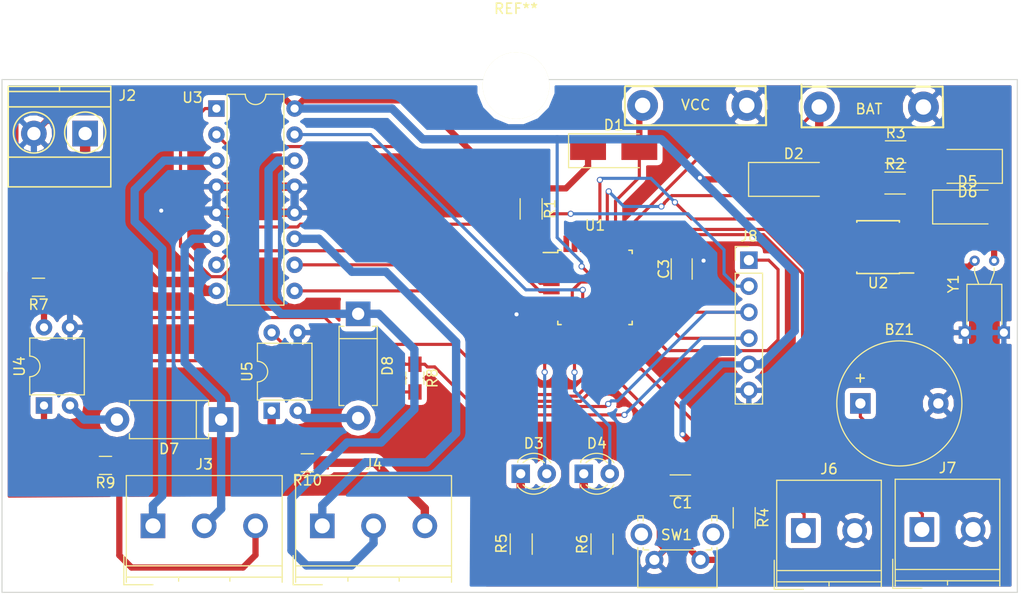
<source format=kicad_pcb>
(kicad_pcb (version 4) (host pcbnew 4.0.7-e2-6376~61~ubuntu18.04.1)
  (layers (0 F.Cu signal) (31 B.Cu signal) (34 B.Paste user) (35 F.Paste user) (36 B.SilkS user) (37 F.SilkS user) (38 B.Mask user) (39 F.Mask user) (44 Edge.Cuts user))
  (net 0 "")
  (net 1 /buzz)
  (net 2 GND)
  (net 3 /btn_1)
  (net 4 +5V)
  (net 5 /pwr_c2)
  (net 6 /pwr_c1)
  (net 7 "Net-(D3-Pad1)")
  (net 8 /led1)
  (net 9 "Net-(D4-Pad1)")
  (net 10 /led2)
  (net 11 "Net-(J2-Pad1)")
  (net 12 "Net-(J3-Pad1)")
  (net 13 "Net-(J4-Pad1)")
  (net 14 /Line1)
  (net 15 /Line2)
  (net 16 /MOSI)
  (net 17 /RESET)
  (net 18 /SS)
  (net 19 /MISO)
  (net 20 /SCK)
  (net 21 "Net-(U1-Pad2)")
  (net 22 "Net-(U1-Pad3)")
  (net 23 /m1a)
  (net 24 /m2a)
  (net 25 /en12)
  (net 26 /m4a)
  (net 27 /m3a)
  (net 28 /en34)
  (net 29 "Net-(D5-Pad1)")
  (net 30 "Net-(D5-Pad2)")
  (net 31 /MotorsShield/m1black)
  (net 32 "Net-(D7-Pad2)")
  (net 33 /MotorsShield/m2black)
  (net 34 "Net-(D8-Pad2)")
  (net 35 /MotorsShield/m1sensor)
  (net 36 /MotorsShield/m2sensor)
  (net 37 /SDA)
  (net 38 /SCL)
  (net 39 "Net-(R9-Pad2)")
  (net 40 "Net-(R10-Pad2)")
  (net 41 "Net-(U2-Pad1)")
  (net 42 "Net-(U2-Pad2)")
  (net 43 "Net-(U2-Pad7)")
  (module Resistors_SMD:R_0805_HandSoldering (layer F.Cu) (at 24.558 41.2496 180)
    (fp_text reference R7 (at 0 -1.7 180) (layer F.SilkS))
    (fp_text value 10k)
    (pad 1 smd rect (at -1.35 0 180) (size 1.5 1.3) (layers F.Cu F.Paste F.Mask) (net 20 /SCK))
    (pad 2 smd rect (at 1.35 0 180) (size 1.5 1.3) (layers F.Cu F.Paste F.Mask) (net 4 +5V))
  )
  (module Wire_Connections_Bridges:WireConnection_1.50mmDrill (layer F.Cu) (at 83.4644 23.5204)
    (fp_text reference VCC (at 5.1816 -0.0508) (layer F.SilkS))
    (fp_text value v5)
    (pad 1 thru_hole circle (at 0 0) (size 2.99974 2.99974) (drill 1.50114) (layers *.Cu *.Mask) (net 5 /pwr_c2))
    (pad 2 thru_hole circle (at 10.16 0) (size 2.99974 2.99974) (drill 1.50114) (layers *.Cu *.Mask) (net 2 GND))
  )
  (module Buzzers_Beepers:Buzzer_12x9.5RM7.6 (layer F.Cu) (at 104.6988 52.578)
    (fp_text reference BZ1 (at 3.8 -7.2) (layer F.SilkS))
    (fp_text value Buzzer)
    (fp_text user + (at -0.01 -2.54) (layer F.SilkS))
    (pad 1 thru_hole rect (at 0 0) (size 2 2) (drill 1) (layers *.Cu *.Mask) (net 1 /buzz))
    (pad 2 thru_hole circle (at 7.6 0) (size 2 2) (drill 1) (layers *.Cu *.Mask) (net 2 GND))
  )
  (module Capacitors_SMD:C_1206_HandSoldering (layer F.Cu) (at 87.14592 60.56944)
    (fp_text reference C1 (at 0.1844 1.7272) (layer F.SilkS))
    (fp_text value 10m)
    (pad 1 smd rect (at -2 0) (size 2 1.6) (layers F.Cu F.Paste F.Mask) (net 2 GND))
    (pad 2 smd rect (at 2 0) (size 2 1.6) (layers F.Cu F.Paste F.Mask) (net 3 /btn_1))
  )
  (module Capacitors_SMD:C_1206_HandSoldering (layer F.Cu) (at 87.2744 39.4716 90)
    (fp_text reference C3 (at 0 -1.75 90) (layer F.SilkS))
    (fp_text value 10m)
    (pad 1 smd rect (at -2 0 90) (size 2 1.6) (layers F.Cu F.Paste F.Mask) (net 4 +5V))
    (pad 2 smd rect (at 2 0 90) (size 2 1.6) (layers F.Cu F.Paste F.Mask) (net 2 GND))
  )
  (module Diodes_SMD:D_SMA_Handsoldering (layer F.Cu) (at 80.645 27.94)
    (fp_text reference D1 (at 0 -2.5) (layer F.SilkS))
    (fp_text value 1N)
    (pad 1 smd rect (at -2.5 0) (size 3.5 1.8) (layers F.Cu F.Paste F.Mask) (net 4 +5V))
    (pad 2 smd rect (at 2.5 0) (size 3.5 1.8) (layers F.Cu F.Paste F.Mask) (net 5 /pwr_c2))
  )
  (module Diodes_SMD:D_SMA_Handsoldering (layer F.Cu) (at 98.1964 30.734)
    (fp_text reference D2 (at 0 -2.5) (layer F.SilkS))
    (fp_text value 1N)
    (pad 1 smd rect (at -2.5 0) (size 3.5 1.8) (layers F.Cu F.Paste F.Mask) (net 4 +5V))
    (pad 2 smd rect (at 2.5 0) (size 3.5 1.8) (layers F.Cu F.Paste F.Mask) (net 6 /pwr_c1))
  )
  (module LEDs:LED_D3.0mm (layer F.Cu) (at 71.5772 59.436)
    (fp_text reference D3 (at 1.27 -2.96) (layer F.SilkS))
    (fp_text value LowBatt)
    (pad 1 thru_hole rect (at 0 0) (size 1.8 1.8) (drill 0.9) (layers *.Cu *.Mask) (net 7 "Net-(D3-Pad1)"))
    (pad 2 thru_hole circle (at 2.54 0) (size 1.8 1.8) (drill 0.9) (layers *.Cu *.Mask) (net 8 /led1))
  )
  (module LEDs:LED_D3.0mm (layer F.Cu) (at 77.724 59.436)
    (fp_text reference D4 (at 1.27 -2.96) (layer F.SilkS))
    (fp_text value Flooding)
    (pad 1 thru_hole rect (at 0 0) (size 1.8 1.8) (drill 0.9) (layers *.Cu *.Mask) (net 9 "Net-(D4-Pad1)"))
    (pad 2 thru_hole circle (at 2.54 0) (size 1.8 1.8) (drill 0.9) (layers *.Cu *.Mask) (net 10 /led2))
  )
  (module Pin_Headers:Pin_Header_Straight_1x06_Pitch2.54mm (layer F.Cu) (at 93.8276 38.608)
    (fp_text reference J8 (at 0 -2.33) (layer F.SilkS))
    (fp_text value Conn_01x06)
    (pad 1 thru_hole rect (at 0 0) (size 1.7 1.7) (drill 1) (layers *.Cu *.Mask) (net 16 /MOSI))
    (pad 2 thru_hole oval (at 0 2.54) (size 1.7 1.7) (drill 1) (layers *.Cu *.Mask) (net 17 /RESET))
    (pad 3 thru_hole oval (at 0 5.08) (size 1.7 1.7) (drill 1) (layers *.Cu *.Mask) (net 20 /SCK))
    (pad 4 thru_hole oval (at 0 7.62) (size 1.7 1.7) (drill 1) (layers *.Cu *.Mask) (net 19 /MISO))
    (pad 5 thru_hole oval (at 0 10.16) (size 1.7 1.7) (drill 1) (layers *.Cu *.Mask) (net 4 +5V))
    (pad 6 thru_hole oval (at 0 12.7) (size 1.7 1.7) (drill 1) (layers *.Cu *.Mask) (net 2 GND))
  )
  (module Resistors_SMD:R_1206_HandSoldering (layer F.Cu) (at 72.5932 33.6108 270)
    (fp_text reference R1 (at 0 -1.85 270) (layer F.SilkS))
    (fp_text value 10k)
    (pad 1 smd rect (at -2 0 270) (size 2 1.7) (layers F.Cu F.Paste F.Mask) (net 4 +5V))
    (pad 2 smd rect (at 2 0 270) (size 2 1.7) (layers F.Cu F.Paste F.Mask) (net 17 /RESET))
  )
  (module Resistors_SMD:R_1206_HandSoldering (layer F.Cu) (at 93.3704 63.7352 270)
    (fp_text reference R4 (at 0 -1.85 270) (layer F.SilkS))
    (fp_text value 10k)
    (pad 1 smd rect (at -2 0 270) (size 2 1.7) (layers F.Cu F.Paste F.Mask) (net 4 +5V))
    (pad 2 smd rect (at 2 0 270) (size 2 1.7) (layers F.Cu F.Paste F.Mask) (net 3 /btn_1))
  )
  (module Resistors_SMD:R_1206_HandSoldering (layer F.Cu) (at 71.628 66.294 270)
    (fp_text reference R5 (at -0.0508 1.9304 270) (layer F.SilkS))
    (fp_text value 10k)
    (pad 1 smd rect (at -2 0 270) (size 2 1.7) (layers F.Cu F.Paste F.Mask) (net 7 "Net-(D3-Pad1)"))
    (pad 2 smd rect (at 2 0 270) (size 2 1.7) (layers F.Cu F.Paste F.Mask) (net 2 GND))
  )
  (module Resistors_SMD:R_1206_HandSoldering (layer F.Cu) (at 79.502 66.294 270)
    (fp_text reference R6 (at 0 1.9304 270) (layer F.SilkS))
    (fp_text value 10k)
    (pad 1 smd rect (at -2 0 270) (size 2 1.7) (layers F.Cu F.Paste F.Mask) (net 9 "Net-(D4-Pad1)"))
    (pad 2 smd rect (at 2 0 270) (size 2 1.7) (layers F.Cu F.Paste F.Mask) (net 2 GND))
  )
  (module Buttons_Switches_THT:SW_Tactile_SPST_Angled_PTS645Vx39-2LFS (layer F.Cu) (at 89.10832 67.83384 180)
    (fp_text reference SW1 (at 2.3368 2.4384 180) (layer F.SilkS))
    (fp_text value Turn)
    (pad "" thru_hole circle (at 5.76 2.49 180) (size 2.1 2.1) (drill 1.3) (layers *.Cu *.Mask))
    (pad 2 thru_hole circle (at 4.5 0 180) (size 1.75 1.75) (drill 0.99) (layers *.Cu *.Mask) (net 2 GND))
    (pad 1 thru_hole circle (at 0 0 180) (size 1.75 1.75) (drill 0.99) (layers *.Cu *.Mask) (net 3 /btn_1))
    (pad "" thru_hole circle (at -1.25 2.49 180) (size 2.1 2.1) (drill 1.3) (layers *.Cu *.Mask))
  )
  (module Housings_QFP:TQFP-32_7x7mm_Pitch0.8mm (layer F.Cu) (at 78.8224 41.2668)
    (fp_text reference U1 (at 0 -6.05) (layer F.SilkS))
    (fp_text value ATMEGA8-16PU)
    (pad 1 smd rect (at -4.25 -2.8) (size 1.6 0.55) (layers F.Cu F.Paste F.Mask) (net 17 /RESET))
    (pad 2 smd rect (at -4.25 -2) (size 1.6 0.55) (layers F.Cu F.Paste F.Mask) (net 21 "Net-(U1-Pad2)"))
    (pad 3 smd rect (at -4.25 -1.2) (size 1.6 0.55) (layers F.Cu F.Paste F.Mask) (net 22 "Net-(U1-Pad3)"))
    (pad 4 smd rect (at -4.25 -0.4) (size 1.6 0.55) (layers F.Cu F.Paste F.Mask) (net 23 /m1a))
    (pad 5 smd rect (at -4.25 0.4) (size 1.6 0.55) (layers F.Cu F.Paste F.Mask) (net 24 /m2a))
    (pad 6 smd rect (at -4.25 1.2) (size 1.6 0.55) (layers F.Cu F.Paste F.Mask) (net 25 /en12))
    (pad 7 smd rect (at -4.25 2) (size 1.6 0.55) (layers F.Cu F.Paste F.Mask) (net 4 +5V))
    (pad 8 smd rect (at -4.25 2.8) (size 1.6 0.55) (layers F.Cu F.Paste F.Mask) (net 2 GND))
    (pad 9 smd rect (at -2.8 4.25 90) (size 1.6 0.55) (layers F.Cu F.Paste F.Mask) (net 8 /led1))
    (pad 10 smd rect (at -2 4.25 90) (size 1.6 0.55) (layers F.Cu F.Paste F.Mask) (net 10 /led2))
    (pad 11 smd rect (at -1.2 4.25 90) (size 1.6 0.55) (layers F.Cu F.Paste F.Mask) (net 26 /m4a))
    (pad 12 smd rect (at -0.4 4.25 90) (size 1.6 0.55) (layers F.Cu F.Paste F.Mask) (net 27 /m3a))
    (pad 13 smd rect (at 0.4 4.25 90) (size 1.6 0.55) (layers F.Cu F.Paste F.Mask) (net 28 /en34))
    (pad 14 smd rect (at 1.2 4.25 90) (size 1.6 0.55) (layers F.Cu F.Paste F.Mask) (net 3 /btn_1))
    (pad 15 smd rect (at 2 4.25 90) (size 1.6 0.55) (layers F.Cu F.Paste F.Mask) (net 1 /buzz))
    (pad 16 smd rect (at 2.8 4.25 90) (size 1.6 0.55) (layers F.Cu F.Paste F.Mask) (net 18 /SS))
    (pad 17 smd rect (at 4.25 2.8) (size 1.6 0.55) (layers F.Cu F.Paste F.Mask) (net 16 /MOSI))
    (pad 18 smd rect (at 4.25 2) (size 1.6 0.55) (layers F.Cu F.Paste F.Mask) (net 19 /MISO))
    (pad 19 smd rect (at 4.25 1.2) (size 1.6 0.55) (layers F.Cu F.Paste F.Mask) (net 20 /SCK))
    (pad 20 smd rect (at 4.25 0.4) (size 1.6 0.55) (layers F.Cu F.Paste F.Mask) (net 4 +5V))
    (pad 21 smd rect (at 4.25 -0.4) (size 1.6 0.55) (layers F.Cu F.Paste F.Mask) (net 4 +5V))
    (pad 22 smd rect (at 4.25 -1.2) (size 1.6 0.55) (layers F.Cu F.Paste F.Mask) (net 2 GND))
    (pad 23 smd rect (at 4.25 -2) (size 1.6 0.55) (layers F.Cu F.Paste F.Mask) (net 14 /Line1))
    (pad 24 smd rect (at 4.25 -2.8) (size 1.6 0.55) (layers F.Cu F.Paste F.Mask) (net 15 /Line2))
    (pad 25 smd rect (at 2.8 -4.25 90) (size 1.6 0.55) (layers F.Cu F.Paste F.Mask) (net 6 /pwr_c1))
    (pad 26 smd rect (at 2 -4.25 90) (size 1.6 0.55) (layers F.Cu F.Paste F.Mask) (net 5 /pwr_c2))
    (pad 27 smd rect (at 1.2 -4.25 90) (size 1.6 0.55) (layers F.Cu F.Paste F.Mask) (net 37 /SDA))
    (pad 28 smd rect (at 0.4 -4.25 90) (size 1.6 0.55) (layers F.Cu F.Paste F.Mask) (net 38 /SCL))
    (pad 29 smd rect (at -0.4 -4.25 90) (size 1.6 0.55) (layers F.Cu F.Paste F.Mask))
    (pad 30 smd rect (at -1.2 -4.25 90) (size 1.6 0.55) (layers F.Cu F.Paste F.Mask))
    (pad 31 smd rect (at -2 -4.25 90) (size 1.6 0.55) (layers F.Cu F.Paste F.Mask))
    (pad 32 smd rect (at -2.8 -4.25 90) (size 1.6 0.55) (layers F.Cu F.Paste F.Mask))
  )
  (module Housings_DIP:DIP-16_W7.62mm (layer F.Cu) (at 41.91 23.8252)
    (fp_text reference U3 (at -2.3368 -1.0668) (layer F.SilkS))
    (fp_text value L293D)
    (pad 1 thru_hole rect (at 0 0) (size 1.6 1.6) (drill 0.8) (layers *.Cu *.Mask) (net 25 /en12))
    (pad 9 thru_hole oval (at 7.62 17.78) (size 1.6 1.6) (drill 0.8) (layers *.Cu *.Mask) (net 28 /en34))
    (pad 2 thru_hole oval (at 0 2.54) (size 1.6 1.6) (drill 0.8) (layers *.Cu *.Mask) (net 23 /m1a))
    (pad 10 thru_hole oval (at 7.62 15.24) (size 1.6 1.6) (drill 0.8) (layers *.Cu *.Mask) (net 27 /m3a))
    (pad 3 thru_hole oval (at 0 5.08) (size 1.6 1.6) (drill 0.8) (layers *.Cu *.Mask) (net 12 "Net-(J3-Pad1)"))
    (pad 11 thru_hole oval (at 7.62 12.7) (size 1.6 1.6) (drill 0.8) (layers *.Cu *.Mask) (net 13 "Net-(J4-Pad1)"))
    (pad 4 thru_hole oval (at 0 7.62) (size 1.6 1.6) (drill 0.8) (layers *.Cu *.Mask) (net 2 GND))
    (pad 12 thru_hole oval (at 7.62 10.16) (size 1.6 1.6) (drill 0.8) (layers *.Cu *.Mask) (net 2 GND))
    (pad 5 thru_hole oval (at 0 10.16) (size 1.6 1.6) (drill 0.8) (layers *.Cu *.Mask) (net 2 GND))
    (pad 13 thru_hole oval (at 7.62 7.62) (size 1.6 1.6) (drill 0.8) (layers *.Cu *.Mask) (net 2 GND))
    (pad 6 thru_hole oval (at 0 12.7) (size 1.6 1.6) (drill 0.8) (layers *.Cu *.Mask) (net 31 /MotorsShield/m1black))
    (pad 14 thru_hole oval (at 7.62 5.08) (size 1.6 1.6) (drill 0.8) (layers *.Cu *.Mask) (net 33 /MotorsShield/m2black))
    (pad 7 thru_hole oval (at 0 15.24) (size 1.6 1.6) (drill 0.8) (layers *.Cu *.Mask) (net 24 /m2a))
    (pad 15 thru_hole oval (at 7.62 2.54) (size 1.6 1.6) (drill 0.8) (layers *.Cu *.Mask) (net 26 /m4a))
    (pad 8 thru_hole oval (at 0 17.78) (size 1.6 1.6) (drill 0.8) (layers *.Cu *.Mask) (net 11 "Net-(J2-Pad1)"))
    (pad 16 thru_hole oval (at 7.62 0) (size 1.6 1.6) (drill 0.8) (layers *.Cu *.Mask) (net 4 +5V))
  )
  (module Connectors_Terminal_Blocks:TerminalBlock_Pheonix_MKDS1.5-2pol (layer F.Cu) (at 29.1084 26.2636 180)
    (fp_text reference J2 (at -4.1148 3.7084 180) (layer F.SilkS))
    (fp_text value v12)
    (pad 1 thru_hole rect (at 0 0 180) (size 2.5 2.5) (drill 1.3) (layers *.Cu *.Mask) (net 11 "Net-(J2-Pad1)"))
    (pad 2 thru_hole circle (at 5 0 180) (size 2.5 2.5) (drill 1.3) (layers *.Cu *.Mask) (net 2 GND))
  )
  (module Wire_Connections_Bridges:WireConnection_1.50mmDrill (layer F.Cu) (at 100.6856 23.6728)
    (fp_text reference BAT (at 4.8514 0.2032) (layer F.SilkS))
    (fp_text value Battery)
    (pad 1 thru_hole circle (at 0 0) (size 2.99974 2.99974) (drill 1.50114) (layers *.Cu *.Mask) (net 6 /pwr_c1))
    (pad 2 thru_hole circle (at 10.16 0) (size 2.99974 2.99974) (drill 1.50114) (layers *.Cu *.Mask) (net 2 GND))
  )
  (module Mounting_Holes:MountingHole_6.5mm (layer F.Cu) (at 71.12 21.59)
    (fp_text reference REF** (at 0 -7.5) (layer F.SilkS))
    (fp_text value MountingHole_6.5mm)
    (pad 1 np_thru_hole circle (at 0 0) (size 6.5 6.5) (drill 6.5) (layers *.Cu *.Mask F.SilkS))
  )
  (module Diodes_SMD:D_SMA (layer F.Cu) (at 115.1448 33.4264)
    (fp_text reference D5 (at 0 -2.5) (layer F.SilkS))
    (fp_text value D_ALT)
    (pad 1 smd rect (at -2 0) (size 2.5 1.8) (layers F.Cu F.Paste F.Mask) (net 29 "Net-(D5-Pad1)"))
    (pad 2 smd rect (at 2 0) (size 2.5 1.8) (layers F.Cu F.Paste F.Mask) (net 30 "Net-(D5-Pad2)"))
  )
  (module Diodes_SMD:D_SMA (layer F.Cu) (at 115.1448 29.464 180)
    (fp_text reference D6 (at 0 -2.5 180) (layer F.SilkS))
    (fp_text value D_ALT)
    (pad 1 smd rect (at -2 0 180) (size 2.5 1.8) (layers F.Cu F.Paste F.Mask) (net 30 "Net-(D5-Pad2)"))
    (pad 2 smd rect (at 2 0 180) (size 2.5 1.8) (layers F.Cu F.Paste F.Mask) (net 6 /pwr_c1))
  )
  (module Diodes_THT:D_DO-15_P10.16mm_Horizontal (layer F.Cu) (at 42.3672 54.1528 180)
    (fp_text reference D7 (at 5.08 -2.86 180) (layer F.SilkS))
    (fp_text value D_Schottky)
    (pad 1 thru_hole rect (at 0 0 180) (size 2.4 2.4) (drill 1.2) (layers *.Cu *.Mask) (net 31 /MotorsShield/m1black))
    (pad 2 thru_hole oval (at 10.16 0 180) (size 2.4 2.4) (drill 1.2) (layers *.Cu *.Mask) (net 32 "Net-(D7-Pad2)"))
  )
  (module Diodes_THT:D_DO-15_P10.16mm_Horizontal (layer F.Cu) (at 55.7276 43.8404 270)
    (fp_text reference D8 (at 5.08 -2.86 270) (layer F.SilkS))
    (fp_text value D_Schottky)
    (pad 1 thru_hole rect (at 0 0 270) (size 2.4 2.4) (drill 1.2) (layers *.Cu *.Mask) (net 33 /MotorsShield/m2black))
    (pad 2 thru_hole oval (at 10.16 0 270) (size 2.4 2.4) (drill 1.2) (layers *.Cu *.Mask) (net 34 "Net-(D8-Pad2)"))
  )
  (module Connectors_Terminal_Blocks:TerminalBlock_Philmore_TB133_03x5mm_Straight (layer F.Cu) (at 35.72 64.516)
    (fp_text reference J3 (at 5 -6) (layer F.SilkS))
    (fp_text value m1)
    (pad 1 thru_hole rect (at 0 0) (size 2.4 2.4) (drill 1.47) (layers *.Cu *.Mask) (net 12 "Net-(J3-Pad1)"))
    (pad 2 thru_hole circle (at 5 0) (size 2.4 2.4) (drill 1.47) (layers *.Cu *.Mask) (net 31 /MotorsShield/m1black))
    (pad 3 thru_hole circle (at 10 0) (size 2.4 2.4) (drill 1.47) (layers *.Cu *.Mask) (net 35 /MotorsShield/m1sensor))
  )
  (module Connectors_Terminal_Blocks:TerminalBlock_Philmore_TB133_03x5mm_Straight (layer F.Cu) (at 52.23 64.516)
    (fp_text reference J4 (at 5 -6) (layer F.SilkS))
    (fp_text value m2)
    (pad 1 thru_hole rect (at 0 0) (size 2.4 2.4) (drill 1.47) (layers *.Cu *.Mask) (net 13 "Net-(J4-Pad1)"))
    (pad 2 thru_hole circle (at 5 0) (size 2.4 2.4) (drill 1.47) (layers *.Cu *.Mask) (net 33 /MotorsShield/m2black))
    (pad 3 thru_hole circle (at 10 0) (size 2.4 2.4) (drill 1.47) (layers *.Cu *.Mask) (net 36 /MotorsShield/m2sensor))
  )
  (module Connectors_Terminal_Blocks:TerminalBlock_Philmore_TB132_02x5mm_Straight (layer F.Cu) (at 99.14 64.9732)
    (fp_text reference J6 (at 2.5 -6) (layer F.SilkS))
    (fp_text value L1)
    (pad 1 thru_hole rect (at 0 0) (size 2.4 2.4) (drill 1.47) (layers *.Cu *.Mask) (net 14 /Line1))
    (pad 2 thru_hole circle (at 5 0) (size 2.4 2.4) (drill 1.47) (layers *.Cu *.Mask) (net 2 GND))
  )
  (module Connectors_Terminal_Blocks:TerminalBlock_Philmore_TB132_02x5mm_Straight (layer F.Cu) (at 110.6932 64.8716)
    (fp_text reference J7 (at 2.5 -6) (layer F.SilkS))
    (fp_text value L2)
    (pad 1 thru_hole rect (at 0 0) (size 2.4 2.4) (drill 1.47) (layers *.Cu *.Mask) (net 15 /Line2))
    (pad 2 thru_hole circle (at 5 0) (size 2.4 2.4) (drill 1.47) (layers *.Cu *.Mask) (net 2 GND))
  )
  (module Resistors_SMD:R_1206_HandSoldering (layer F.Cu) (at 108.0836 31.0896)
    (fp_text reference R2 (at 0 -1.85) (layer F.SilkS))
    (fp_text value 10k)
    (pad 1 smd rect (at -2 0) (size 2 1.7) (layers F.Cu F.Paste F.Mask) (net 37 /SDA))
    (pad 2 smd rect (at 2 0) (size 2 1.7) (layers F.Cu F.Paste F.Mask) (net 4 +5V))
  )
  (module Resistors_SMD:R_1206_HandSoldering (layer F.Cu) (at 108.1344 28.0416)
    (fp_text reference R3 (at 0 -1.85) (layer F.SilkS))
    (fp_text value 10k)
    (pad 1 smd rect (at -2 0) (size 2 1.7) (layers F.Cu F.Paste F.Mask) (net 38 /SCL))
    (pad 2 smd rect (at 2 0) (size 2 1.7) (layers F.Cu F.Paste F.Mask) (net 4 +5V))
  )
  (module Resistors_SMD:R_0805_HandSoldering (layer F.Cu) (at 61.2648 50.1104 270)
    (fp_text reference R8 (at 0 -1.7 270) (layer F.SilkS))
    (fp_text value 10k)
    (pad 1 smd rect (at -1.35 0 270) (size 1.5 1.3) (layers F.Cu F.Paste F.Mask) (net 19 /MISO))
    (pad 2 smd rect (at 1.35 0 270) (size 1.5 1.3) (layers F.Cu F.Paste F.Mask) (net 4 +5V))
  )
  (module Resistors_SMD:R_0805_HandSoldering (layer F.Cu) (at 31.0896 58.6232 180)
    (fp_text reference R9 (at 0 -1.7 180) (layer F.SilkS))
    (fp_text value 1k)
    (pad 1 smd rect (at -1.35 0 180) (size 1.5 1.3) (layers F.Cu F.Paste F.Mask) (net 35 /MotorsShield/m1sensor))
    (pad 2 smd rect (at 1.35 0 180) (size 1.5 1.3) (layers F.Cu F.Paste F.Mask) (net 39 "Net-(R9-Pad2)"))
  )
  (module Resistors_SMD:R_0805_HandSoldering (layer F.Cu) (at 50.7708 58.3692 180)
    (fp_text reference R10 (at 0 -1.7 180) (layer F.SilkS))
    (fp_text value 1k)
    (pad 1 smd rect (at -1.35 0 180) (size 1.5 1.3) (layers F.Cu F.Paste F.Mask) (net 36 /MotorsShield/m2sensor))
    (pad 2 smd rect (at 1.35 0 180) (size 1.5 1.3) (layers F.Cu F.Paste F.Mask) (net 40 "Net-(R10-Pad2)"))
  )
  (module Housings_SOIC:SOIC-8_3.9x4.9mm_Pitch1.27mm (layer F.Cu) (at 106.426 37.338 180)
    (fp_text reference U2 (at 0 -3.5 180) (layer F.SilkS))
    (fp_text value DS1307+)
    (pad 1 smd rect (at -2.7 -1.905 180) (size 1.55 0.6) (layers F.Cu F.Paste F.Mask) (net 41 "Net-(U2-Pad1)"))
    (pad 2 smd rect (at -2.7 -0.635 180) (size 1.55 0.6) (layers F.Cu F.Paste F.Mask) (net 42 "Net-(U2-Pad2)"))
    (pad 3 smd rect (at -2.7 0.635 180) (size 1.55 0.6) (layers F.Cu F.Paste F.Mask) (net 29 "Net-(D5-Pad1)"))
    (pad 4 smd rect (at -2.7 1.905 180) (size 1.55 0.6) (layers F.Cu F.Paste F.Mask) (net 2 GND))
    (pad 5 smd rect (at 2.7 1.905 180) (size 1.55 0.6) (layers F.Cu F.Paste F.Mask) (net 37 /SDA))
    (pad 6 smd rect (at 2.7 0.635 180) (size 1.55 0.6) (layers F.Cu F.Paste F.Mask) (net 38 /SCL))
    (pad 7 smd rect (at 2.7 -0.635 180) (size 1.55 0.6) (layers F.Cu F.Paste F.Mask) (net 43 "Net-(U2-Pad7)"))
    (pad 8 smd rect (at 2.7 -1.905 180) (size 1.55 0.6) (layers F.Cu F.Paste F.Mask) (net 4 +5V))
  )
  (module Housings_DIP:DIP-4_W7.62mm (layer F.Cu) (at 25.0952 52.7812 90)
    (fp_text reference U4 (at 3.81 -2.39 90) (layer F.SilkS))
    (fp_text value PC817)
    (pad 1 thru_hole rect (at 0 0 90) (size 1.6 1.6) (drill 0.8) (layers *.Cu *.Mask) (net 39 "Net-(R9-Pad2)"))
    (pad 3 thru_hole oval (at 7.62 2.54 90) (size 1.6 1.6) (drill 0.8) (layers *.Cu *.Mask) (net 2 GND))
    (pad 2 thru_hole oval (at 0 2.54 90) (size 1.6 1.6) (drill 0.8) (layers *.Cu *.Mask) (net 32 "Net-(D7-Pad2)"))
    (pad 4 thru_hole oval (at 7.62 0 90) (size 1.6 1.6) (drill 0.8) (layers *.Cu *.Mask) (net 20 /SCK))
  )
  (module Housings_DIP:DIP-4_W7.62mm (layer F.Cu) (at 47.2948 53.2892 90)
    (fp_text reference U5 (at 3.81 -2.39 90) (layer F.SilkS))
    (fp_text value PC817)
    (pad 1 thru_hole rect (at 0 0 90) (size 1.6 1.6) (drill 0.8) (layers *.Cu *.Mask) (net 40 "Net-(R10-Pad2)"))
    (pad 3 thru_hole oval (at 7.62 2.54 90) (size 1.6 1.6) (drill 0.8) (layers *.Cu *.Mask) (net 2 GND))
    (pad 2 thru_hole oval (at 0 2.54 90) (size 1.6 1.6) (drill 0.8) (layers *.Cu *.Mask) (net 34 "Net-(D8-Pad2)"))
    (pad 4 thru_hole oval (at 7.62 0 90) (size 1.6 1.6) (drill 0.8) (layers *.Cu *.Mask) (net 19 /MISO))
  )
  (module Crystals:Crystal_C38-LF_d3.0mm_l8.0mm_Horizontal_1EP_style2 (layer F.Cu) (at 115.8392 38.6692)
    (fp_text reference Y1 (at -2.07 2.25 90) (layer F.SilkS))
    (fp_text value Crystal_Small)
    (pad 1 thru_hole circle (at 0 0) (size 1 1) (drill 0.5) (layers *.Cu *.Mask) (net 41 "Net-(U2-Pad1)"))
    (pad 2 thru_hole circle (at 1.9 0) (size 1 1) (drill 0.5) (layers *.Cu *.Mask) (net 42 "Net-(U2-Pad2)"))
    (pad 3 smd rect (at 0.95 7) (size 3 8) (layers F.Cu F.Paste F.Mask) (net 2 GND))
    (pad 3 thru_hole rect (at -0.95 7) (size 1.2 1.2) (drill 0.8) (layers *.Cu *.Mask) (net 2 GND))
    (pad 3 thru_hole rect (at 2.85 7) (size 1.2 1.2) (drill 0.8) (layers *.Cu *.Mask) (net 2 GND))
  )
  (gr_line (start 112.7252 21.6916) (end 98.9584 21.6916) (layer F.SilkS) (width 0.2))
  (gr_line (start 112.776 25.654) (end 112.7252 21.6916) (layer F.SilkS) (width 0.2))
  (gr_line (start 98.9584 25.654) (end 112.776 25.654) (layer F.SilkS) (width 0.2))
  (gr_line (start 98.9584 21.4884) (end 98.9584 25.654) (layer F.SilkS) (width 0.2))
  (gr_line (start 81.7372 25.4508) (end 81.7372 21.7424) (layer F.SilkS) (width 0.2))
  (gr_line (start 95.504 25.4508) (end 81.7372 25.4508) (layer F.SilkS) (width 0.2))
  (gr_line (start 95.4532 21.6408) (end 95.504 25.4508) (layer F.SilkS) (width 0.2))
  (gr_line (start 81.788 21.6408) (end 95.4532 21.6408) (layer F.SilkS) (width 0.2))
  (gr_line (start 21 71) (end 21 21) (layer Edge.Cuts) (width 0.1))
  (gr_line (start 120 71) (end 21 71) (layer Edge.Cuts) (width 0.1))
  (gr_line (start 120 21) (end 120 71) (layer Edge.Cuts) (width 0.1))
  (gr_line (start 21 21) (end 120 21) (layer Edge.Cuts) (width 0.1))
  (segment (start 104.6988 52.578) (end 104.6988 53.8828) (width 0.3048) (layer F.Cu) (net 1))
  (segment (start 104.6988 53.8828) (end 113.284 62.468) (width 0.3048) (layer F.Cu) (net 1))
  (segment (start 113.284 62.468) (end 113.284 67.8688) (width 0.3048) (layer F.Cu) (net 1))
  (segment (start 81.1276 49.2252) (end 80.8224 48.92) (width 0.3048) (layer F.Cu) (net 1))
  (segment (start 80.8224 48.92) (end 80.8224 46.6216) (width 0.3048) (layer F.Cu) (net 1))
  (segment (start 80.8224 46.6216) (end 80.8224 45.5168) (width 0.3048) (layer F.Cu) (net 1))
  (segment (start 95.1992 65.0748) (end 95.1992 61.079678) (width 0.3048) (layer F.Cu) (net 1))
  (segment (start 95.1992 61.079678) (end 83.344722 49.2252) (width 0.3048) (layer F.Cu) (net 1))
  (segment (start 98.0948 67.9704) (end 95.1992 65.0748) (width 0.3048) (layer F.Cu) (net 1))
  (segment (start 113.1824 67.9704) (end 98.0948 67.9704) (width 0.3048) (layer F.Cu) (net 1))
  (segment (start 113.284 67.8688) (end 113.1824 67.9704) (width 0.3048) (layer F.Cu) (net 1))
  (segment (start 83.344722 49.2252) (end 81.1276 49.2252) (width 0.3048) (layer F.Cu) (net 1))
  (segment (start 107.5436 36.614309) (end 107.5436 47.8228) (width 0.3048) (layer F.Cu) (net 2))
  (segment (start 107.5436 47.8228) (end 112.2988 52.578) (width 0.3048) (layer F.Cu) (net 2))
  (segment (start 109.126 35.433) (end 108.724909 35.433) (width 0.3048) (layer F.Cu) (net 2))
  (segment (start 108.724909 35.433) (end 107.5436 36.614309) (width 0.3048) (layer F.Cu) (net 2))
  (segment (start 44.8056 46.4312) (end 44.8056 36.8808) (width 0.8128) (layer B.Cu) (net 2))
  (segment (start 44.8056 36.8808) (end 41.91 33.9852) (width 0.8128) (layer B.Cu) (net 2))
  (segment (start 46.2788 47.9044) (end 44.8056 46.4312) (width 0.8128) (layer B.Cu) (net 2))
  (segment (start 47.143726 47.9044) (end 46.2788 47.9044) (width 0.8128) (layer B.Cu) (net 2))
  (segment (start 48.9712 47.752) (end 47.296126 47.752) (width 0.8128) (layer B.Cu) (net 2))
  (segment (start 47.296126 47.752) (end 47.143726 47.9044) (width 0.8128) (layer B.Cu) (net 2))
  (segment (start 49.8348 46.8884) (end 48.9712 47.752) (width 0.8128) (layer B.Cu) (net 2))
  (segment (start 49.8348 45.6692) (end 49.8348 46.8884) (width 0.8128) (layer B.Cu) (net 2))
  (segment (start 28.3972 39.1668) (end 27.6352 39.9288) (width 0.6096) (layer B.Cu) (net 2))
  (segment (start 27.6352 39.9288) (end 27.6352 45.1612) (width 0.6096) (layer B.Cu) (net 2))
  (segment (start 28.3972 38.5572) (end 28.3972 39.1668) (width 0.6096) (layer B.Cu) (net 2))
  (segment (start 24.1084 34.2684) (end 28.3972 38.5572) (width 0.6096) (layer B.Cu) (net 2))
  (segment (start 24.1084 26.2636) (end 24.1084 34.2684) (width 0.6096) (layer B.Cu) (net 2))
  (segment (start 49.53 33.9852) (end 41.91 33.9852) (width 0.8128) (layer F.Cu) (net 2))
  (segment (start 41.91 31.4452) (end 49.53 31.4452) (width 0.8128) (layer F.Cu) (net 2))
  (segment (start 49.53 31.4452) (end 58.7248 31.4452) (width 0.6096) (layer B.Cu) (net 2))
  (segment (start 58.7248 31.4452) (end 71.1708 43.8912) (width 0.6096) (layer B.Cu) (net 2))
  (segment (start 71.1708 43.8912) (end 71.470799 44.191199) (width 0.3048) (layer F.Cu) (net 2))
  (segment (start 71.470799 44.191199) (end 74.448001 44.191199) (width 0.3048) (layer F.Cu) (net 2))
  (segment (start 74.448001 44.191199) (end 74.5724 44.0668) (width 0.3048) (layer F.Cu) (net 2))
  (segment (start 84.1756 43.8912) (end 71.1708 43.8912) (width 0.6096) (layer B.Cu) (net 2))
  (via (at 71.1708 43.8912) (size 0.6) (drill 0.4) (layers F.Cu B.Cu) (net 2))
  (segment (start 89.408 38.6588) (end 84.1756 43.8912) (width 0.6096) (layer B.Cu) (net 2))
  (segment (start 87.2744 37.4716) (end 88.2208 37.4716) (width 0.6096) (layer F.Cu) (net 2))
  (segment (start 88.2208 37.4716) (end 89.408 38.6588) (width 0.6096) (layer F.Cu) (net 2))
  (via (at 89.408 38.6588) (size 0.6) (drill 0.4) (layers F.Cu B.Cu) (net 2))
  (segment (start 36.5252 33.782) (end 36.5252 27.6352) (width 0.6096) (layer F.Cu) (net 2))
  (segment (start 26.6192 24.0284) (end 32.9184 24.0284) (width 0.6096) (layer F.Cu) (net 2))
  (segment (start 32.9184 24.0284) (end 36.5252 27.6352) (width 0.6096) (layer F.Cu) (net 2))
  (segment (start 25.633999 25.013601) (end 26.6192 24.0284) (width 0.6096) (layer F.Cu) (net 2))
  (segment (start 24.1084 26.2636) (end 25.358399 25.013601) (width 0.6096) (layer F.Cu) (net 2))
  (segment (start 25.358399 25.013601) (end 25.633999 25.013601) (width 0.6096) (layer F.Cu) (net 2))
  (segment (start 49.53 31.4452) (end 49.53 33.9852) (width 0.8128) (layer B.Cu) (net 2))
  (segment (start 41.91 31.4452) (end 41.91 33.9852) (width 0.8128) (layer B.Cu) (net 2))
  (segment (start 36.5252 33.782) (end 41.7068 33.782) (width 0.8128) (layer B.Cu) (net 2))
  (segment (start 41.7068 33.782) (end 41.91 33.9852) (width 0.8128) (layer B.Cu) (net 2))
  (via (at 36.5252 33.782) (size 0.6) (drill 0.4) (layers F.Cu B.Cu) (net 2))
  (segment (start 85.6488 37.9924) (end 85.6488 38.5952) (width 0.3048) (layer F.Cu) (net 2))
  (segment (start 85.6488 38.5952) (end 84.1772 40.0668) (width 0.3048) (layer F.Cu) (net 2))
  (segment (start 84.1772 40.0668) (end 83.0724 40.0668) (width 0.3048) (layer F.Cu) (net 2))
  (segment (start 87.2744 37.4716) (end 86.1696 37.4716) (width 0.3048) (layer F.Cu) (net 2))
  (segment (start 86.1696 37.4716) (end 85.6488 37.9924) (width 0.3048) (layer F.Cu) (net 2))
  (segment (start 85.483319 66.611881) (end 85.14592 66.274482) (width 0.6096) (layer F.Cu) (net 2))
  (segment (start 85.14592 66.274482) (end 85.14592 60.56944) (width 0.6096) (layer F.Cu) (net 2))
  (segment (start 84.60832 67.83384) (end 85.483319 66.958841) (width 0.6096) (layer F.Cu) (net 2))
  (segment (start 85.483319 66.958841) (end 85.483319 66.611881) (width 0.6096) (layer F.Cu) (net 2))
  (segment (start 80.0224 45.5168) (end 80.0224 49.2884) (width 0.3048) (layer F.Cu) (net 3))
  (segment (start 80.0224 49.2884) (end 85.9536 55.2196) (width 0.3048) (layer F.Cu) (net 3))
  (segment (start 88.94592 60.56944) (end 89.14592 60.56944) (width 0.3048) (layer F.Cu) (net 3))
  (segment (start 85.9536 55.2196) (end 85.9536 57.57712) (width 0.3048) (layer F.Cu) (net 3))
  (segment (start 85.9536 57.57712) (end 88.94592 60.56944) (width 0.3048) (layer F.Cu) (net 3))
  (segment (start 87.63 63.49496) (end 87.63 66.35552) (width 0.6096) (layer F.Cu) (net 3))
  (segment (start 87.63 66.35552) (end 89.10832 67.83384) (width 0.6096) (layer F.Cu) (net 3))
  (segment (start 89.14592 60.56944) (end 89.14592 61.97904) (width 0.6096) (layer F.Cu) (net 3))
  (segment (start 89.14592 61.97904) (end 87.63 63.49496) (width 0.6096) (layer F.Cu) (net 3))
  (segment (start 89.10832 67.83384) (end 91.27176 67.83384) (width 0.6096) (layer F.Cu) (net 3))
  (segment (start 91.27176 67.83384) (end 93.3704 65.7352) (width 0.6096) (layer F.Cu) (net 3))
  (segment (start 110.1344 28.0416) (end 110.1344 31.0388) (width 0.6096) (layer F.Cu) (net 4))
  (segment (start 110.1344 31.0388) (end 110.0836 31.0896) (width 0.6096) (layer F.Cu) (net 4))
  (segment (start 107.0864 35.2552) (end 110.0836 32.258) (width 0.3048) (layer F.Cu) (net 4))
  (segment (start 110.0836 32.258) (end 110.0836 31.0896) (width 0.3048) (layer F.Cu) (net 4))
  (segment (start 107.0864 36.3576) (end 107.0864 35.2552) (width 0.3048) (layer F.Cu) (net 4))
  (segment (start 103.726 39.243) (end 104.201 39.243) (width 0.3048) (layer F.Cu) (net 4))
  (segment (start 104.201 39.243) (end 107.0864 36.3576) (width 0.3048) (layer F.Cu) (net 4))
  (segment (start 95.6964 32.512) (end 95.6964 30.734) (width 0.6096) (layer F.Cu) (net 4))
  (segment (start 103.5304 32.1056) (end 103.124 32.512) (width 0.3048) (layer F.Cu) (net 4))
  (segment (start 103.124 32.512) (end 95.6964 32.512) (width 0.3048) (layer F.Cu) (net 4))
  (segment (start 103.5304 28.161278) (end 103.5304 32.1056) (width 0.3048) (layer F.Cu) (net 4))
  (segment (start 107.6104 26.8224) (end 104.869278 26.8224) (width 0.3048) (layer F.Cu) (net 4))
  (segment (start 104.869278 26.8224) (end 103.5304 28.161278) (width 0.3048) (layer F.Cu) (net 4))
  (segment (start 110.1344 28.0416) (end 108.8296 28.0416) (width 0.3048) (layer F.Cu) (net 4))
  (segment (start 108.8296 28.0416) (end 107.6104 26.8224) (width 0.3048) (layer F.Cu) (net 4))
  (segment (start 23.208 41.2496) (end 23.208 46.9316) (width 0.3048) (layer F.Cu) (net 4))
  (segment (start 23.208 46.9316) (end 24.6888 48.4124) (width 0.3048) (layer F.Cu) (net 4))
  (segment (start 24.6888 48.4124) (end 46.1264 48.4124) (width 0.3048) (layer F.Cu) (net 4))
  (segment (start 46.1264 48.4124) (end 48.3616 50.6476) (width 0.3048) (layer F.Cu) (net 4))
  (segment (start 48.3616 50.6476) (end 54.9148 50.6476) (width 0.3048) (layer F.Cu) (net 4))
  (segment (start 54.9148 50.6476) (end 55.7276 51.4604) (width 0.3048) (layer F.Cu) (net 4))
  (segment (start 55.7276 51.4604) (end 61.2648 51.4604) (width 0.3048) (layer F.Cu) (net 4))
  (segment (start 23.208 41.2496) (end 23.208 39.99) (width 0.6096) (layer F.Cu) (net 4))
  (segment (start 23.208 39.99) (end 22.3012 39.0832) (width 0.6096) (layer F.Cu) (net 4))
  (segment (start 22.3012 39.0832) (end 22.3012 25.01439) (width 0.6096) (layer F.Cu) (net 4))
  (segment (start 22.3012 25.01439) (end 25.315999 21.99959) (width 0.6096) (layer F.Cu) (net 4))
  (segment (start 25.315999 21.99959) (end 47.70439 21.99959) (width 0.6096) (layer F.Cu) (net 4))
  (segment (start 47.70439 21.99959) (end 48.730001 23.025201) (width 0.6096) (layer F.Cu) (net 4))
  (segment (start 48.730001 23.025201) (end 49.53 23.8252) (width 0.6096) (layer F.Cu) (net 4))
  (segment (start 72.5932 31.6108) (end 75.9838 31.6108) (width 0.6096) (layer F.Cu) (net 4))
  (segment (start 75.9838 31.6108) (end 78.145 29.4496) (width 0.6096) (layer F.Cu) (net 4))
  (segment (start 78.145 29.4496) (end 78.145 27.94) (width 0.6096) (layer F.Cu) (net 4))
  (segment (start 61.760201 23.025201) (end 70.3458 31.6108) (width 0.6096) (layer F.Cu) (net 4))
  (segment (start 70.3458 31.6108) (end 72.5932 31.6108) (width 0.6096) (layer F.Cu) (net 4))
  (segment (start 49.53 23.8252) (end 50.329999 23.025201) (width 0.6096) (layer F.Cu) (net 4))
  (segment (start 50.329999 23.025201) (end 61.760201 23.025201) (width 0.6096) (layer F.Cu) (net 4))
  (segment (start 87.3604 52.5936) (end 91.186 48.768) (width 0.6096) (layer B.Cu) (net 4))
  (segment (start 91.186 48.768) (end 93.8276 48.768) (width 0.6096) (layer B.Cu) (net 4))
  (segment (start 87.3604 55.5752) (end 87.3604 52.5936) (width 0.6096) (layer B.Cu) (net 4))
  (via (at 87.3604 55.5752) (size 0.6) (drill 0.4) (layers F.Cu B.Cu) (net 4))
  (segment (start 93.3704 61.7352) (end 93.3704 61.5852) (width 0.6096) (layer F.Cu) (net 4))
  (segment (start 93.3704 61.5852) (end 87.3604 55.5752) (width 0.6096) (layer F.Cu) (net 4))
  (segment (start 85.2932 26.8224) (end 75.1332 26.8224) (width 0.8128) (layer B.Cu) (net 4))
  (segment (start 75.1332 26.8224) (end 62.0268 26.8224) (width 0.8128) (layer B.Cu) (net 4))
  (segment (start 77.5208 39.2176) (end 77.5208 38.793336) (width 0.3048) (layer B.Cu) (net 4))
  (segment (start 77.5208 38.793336) (end 75.1332 36.405736) (width 0.3048) (layer B.Cu) (net 4))
  (segment (start 75.1332 36.405736) (end 75.1332 26.8224) (width 0.3048) (layer B.Cu) (net 4))
  (segment (start 78.7908 40.7416) (end 81.8424 40.7416) (width 0.3048) (layer F.Cu) (net 4))
  (segment (start 77.418846 40.7416) (end 78.7908 40.7416) (width 0.3048) (layer F.Cu) (net 4))
  (segment (start 78.7908 40.7416) (end 78.7908 40.4876) (width 0.3048) (layer F.Cu) (net 4))
  (segment (start 78.7908 40.4876) (end 77.5208 39.2176) (width 0.3048) (layer F.Cu) (net 4))
  (via (at 77.5208 39.2176) (size 0.6) (drill 0.4) (layers F.Cu B.Cu) (net 4))
  (segment (start 98.298 39.8272) (end 89.0524 30.5816) (width 0.8128) (layer B.Cu) (net 4))
  (segment (start 89.0524 30.5816) (end 85.2932 26.8224) (width 0.8128) (layer B.Cu) (net 4))
  (segment (start 95.6964 30.734) (end 89.2048 30.734) (width 0.6096) (layer F.Cu) (net 4))
  (segment (start 89.2048 30.734) (end 89.0524 30.5816) (width 0.6096) (layer F.Cu) (net 4))
  (via (at 89.0524 30.5816) (size 0.6) (drill 0.4) (layers F.Cu B.Cu) (net 4))
  (segment (start 62.0268 26.8224) (end 59.0296 23.8252) (width 0.8128) (layer B.Cu) (net 4))
  (segment (start 59.0296 23.8252) (end 49.53 23.8252) (width 0.8128) (layer B.Cu) (net 4))
  (segment (start 98.298 45.499681) (end 98.298 39.8272) (width 0.8128) (layer B.Cu) (net 4))
  (segment (start 93.8276 48.768) (end 95.029681 48.768) (width 0.8128) (layer B.Cu) (net 4))
  (segment (start 95.029681 48.768) (end 98.298 45.499681) (width 0.8128) (layer B.Cu) (net 4))
  (segment (start 87.2744 41.4716) (end 83.0974 41.4716) (width 0.3048) (layer F.Cu) (net 4))
  (segment (start 83.0974 41.4716) (end 83.0724 41.4466) (width 0.3048) (layer F.Cu) (net 4))
  (segment (start 83.0724 41.4466) (end 83.0724 40.8668) (width 0.3048) (layer F.Cu) (net 4))
  (segment (start 83.0724 41.6668) (end 83.0724 40.8668) (width 0.3048) (layer F.Cu) (net 4))
  (segment (start 81.8424 40.7416) (end 81.9676 40.8668) (width 0.3048) (layer F.Cu) (net 4))
  (segment (start 81.9676 40.8668) (end 83.0724 40.8668) (width 0.3048) (layer F.Cu) (net 4))
  (segment (start 76.6064 42.3376) (end 76.6064 41.554046) (width 0.3048) (layer F.Cu) (net 4))
  (segment (start 76.6064 41.554046) (end 77.418846 40.7416) (width 0.3048) (layer F.Cu) (net 4))
  (segment (start 74.5724 43.2668) (end 75.6772 43.2668) (width 0.3048) (layer F.Cu) (net 4))
  (segment (start 75.6772 43.2668) (end 76.6064 42.3376) (width 0.3048) (layer F.Cu) (net 4))
  (segment (start 80.8224 32.8426) (end 83.145 30.52) (width 0.3048) (layer F.Cu) (net 5))
  (segment (start 83.145 30.52) (end 83.145 27.94) (width 0.3048) (layer F.Cu) (net 5))
  (segment (start 80.8224 37.0168) (end 80.8224 32.8426) (width 0.3048) (layer F.Cu) (net 5))
  (segment (start 83.145 27.94) (end 83.145 23.8398) (width 0.6096) (layer F.Cu) (net 5))
  (segment (start 83.145 23.8398) (end 83.4644 23.5204) (width 0.6096) (layer F.Cu) (net 5))
  (segment (start 100.6856 23.6728) (end 100.6856 25.908) (width 0.8128) (layer F.Cu) (net 6))
  (segment (start 100.6856 25.908) (end 100.6856 30.7232) (width 0.8128) (layer F.Cu) (net 6))
  (segment (start 113.1448 29.464) (end 113.1448 27.9544) (width 0.6096) (layer F.Cu) (net 6))
  (segment (start 113.1448 27.9544) (end 111.1492 25.9588) (width 0.6096) (layer F.Cu) (net 6))
  (segment (start 111.1492 25.9588) (end 100.7364 25.9588) (width 0.6096) (layer F.Cu) (net 6))
  (segment (start 100.7364 25.9588) (end 100.6856 25.908) (width 0.6096) (layer F.Cu) (net 6))
  (segment (start 100.6856 30.7232) (end 100.6964 30.734) (width 0.8128) (layer F.Cu) (net 6))
  (segment (start 100.6964 30.734) (end 100.6964 29.5292) (width 0.3048) (layer F.Cu) (net 6))
  (segment (start 100.6964 29.5292) (end 99.3104 28.1432) (width 0.3048) (layer F.Cu) (net 6))
  (segment (start 99.3104 28.1432) (end 96.2152 28.1432) (width 0.3048) (layer F.Cu) (net 6))
  (segment (start 89.3912 28.1432) (end 96.2152 28.1432) (width 0.3048) (layer F.Cu) (net 6))
  (segment (start 96.2152 28.1432) (end 100.6856 23.6728) (width 0.3048) (layer F.Cu) (net 6))
  (segment (start 81.6224 37.0168) (end 81.6224 35.912) (width 0.3048) (layer F.Cu) (net 6))
  (segment (start 81.6224 35.912) (end 89.3912 28.1432) (width 0.3048) (layer F.Cu) (net 6))
  (segment (start 71.5772 59.436) (end 71.5772 64.2432) (width 0.8128) (layer F.Cu) (net 7))
  (segment (start 71.5772 64.2432) (end 71.628 64.294) (width 0.8128) (layer F.Cu) (net 7))
  (segment (start 73.914 49.53) (end 73.914 59.2328) (width 0.3048) (layer B.Cu) (net 8))
  (segment (start 73.914 59.2328) (end 74.1172 59.436) (width 0.3048) (layer B.Cu) (net 8))
  (segment (start 73.914 48.73) (end 73.914 49.53) (width 0.3048) (layer F.Cu) (net 8))
  (via (at 73.914 49.53) (size 0.6) (drill 0.4) (layers F.Cu B.Cu) (net 8))
  (segment (start 76.0224 45.5168) (end 76.0224 46.6216) (width 0.3048) (layer F.Cu) (net 8))
  (segment (start 76.0224 46.6216) (end 73.914 48.73) (width 0.3048) (layer F.Cu) (net 8))
  (segment (start 77.724 59.436) (end 77.724 62.516) (width 0.8128) (layer F.Cu) (net 9))
  (segment (start 77.724 62.516) (end 79.502 64.294) (width 0.8128) (layer F.Cu) (net 9))
  (segment (start 76.8224 49.5428) (end 76.8224 51.3716) (width 0.3048) (layer B.Cu) (net 10))
  (segment (start 76.8224 51.3716) (end 80.264 54.8132) (width 0.3048) (layer B.Cu) (net 10))
  (segment (start 80.264 54.8132) (end 80.264 59.436) (width 0.3048) (layer B.Cu) (net 10))
  (via (at 76.8224 49.5428) (size 0.6) (drill 0.4) (layers F.Cu B.Cu) (net 10))
  (segment (start 76.8224 45.5168) (end 76.8224 49.5428) (width 0.3048) (layer F.Cu) (net 10))
  (segment (start 36.0172 40.7416) (end 29.1084 33.8328) (width 1.016) (layer F.Cu) (net 11))
  (segment (start 29.1084 33.8328) (end 29.1084 26.2636) (width 1.016) (layer F.Cu) (net 11))
  (segment (start 39.91503 40.7416) (end 36.0172 40.7416) (width 1.016) (layer F.Cu) (net 11))
  (segment (start 41.91 41.6052) (end 40.77863 41.6052) (width 1.016) (layer F.Cu) (net 11))
  (segment (start 40.77863 41.6052) (end 39.91503 40.7416) (width 1.016) (layer F.Cu) (net 11))
  (segment (start 33.9344 31.75) (end 36.7792 28.9052) (width 0.8128) (layer B.Cu) (net 12))
  (segment (start 36.7792 28.9052) (end 41.91 28.9052) (width 0.8128) (layer B.Cu) (net 12))
  (segment (start 33.9344 34.8488) (end 33.9344 31.75) (width 0.8128) (layer B.Cu) (net 12))
  (segment (start 36.6268 37.5412) (end 33.9344 34.8488) (width 0.8128) (layer B.Cu) (net 12))
  (segment (start 36.6268 61.5964) (end 36.6268 37.5412) (width 0.8128) (layer B.Cu) (net 12))
  (segment (start 35.72 64.516) (end 35.72 62.5032) (width 0.8128) (layer B.Cu) (net 12))
  (segment (start 35.72 62.5032) (end 36.6268 61.5964) (width 0.8128) (layer B.Cu) (net 12))
  (segment (start 56.4148 58.3184) (end 52.23 62.5032) (width 0.8128) (layer B.Cu) (net 13))
  (segment (start 65.278 55.4736) (end 62.4332 58.3184) (width 0.8128) (layer B.Cu) (net 13))
  (segment (start 62.4332 58.3184) (end 56.4148 58.3184) (width 0.8128) (layer B.Cu) (net 13))
  (segment (start 65.278 46.5836) (end 65.278 55.4736) (width 0.8128) (layer B.Cu) (net 13))
  (segment (start 58.433678 39.739278) (end 65.278 46.5836) (width 0.8128) (layer B.Cu) (net 13))
  (segment (start 51.903922 36.5252) (end 55.118 39.739278) (width 0.8128) (layer B.Cu) (net 13))
  (segment (start 55.118 39.739278) (end 58.433678 39.739278) (width 0.8128) (layer B.Cu) (net 13))
  (segment (start 49.53 36.5252) (end 51.903922 36.5252) (width 0.8128) (layer B.Cu) (net 13))
  (segment (start 52.23 62.5032) (end 52.23 64.516) (width 0.8128) (layer B.Cu) (net 13))
  (segment (start 99.06 39.9288) (end 95.250399 36.119199) (width 0.3048) (layer F.Cu) (net 14))
  (segment (start 95.250399 36.119199) (end 86.258001 36.119199) (width 0.3048) (layer F.Cu) (net 14))
  (segment (start 86.258001 36.119199) (end 84.224801 38.152399) (width 0.3048) (layer F.Cu) (net 14))
  (segment (start 84.224801 38.152399) (end 84.224801 39.219199) (width 0.3048) (layer F.Cu) (net 14))
  (segment (start 84.224801 39.219199) (end 84.1772 39.2668) (width 0.3048) (layer F.Cu) (net 14))
  (segment (start 84.1772 39.2668) (end 83.0724 39.2668) (width 0.3048) (layer F.Cu) (net 14))
  (segment (start 99.06 63.2152) (end 99.06 39.9288) (width 0.3048) (layer F.Cu) (net 14))
  (segment (start 99.2124 64.9224) (end 99.2124 63.3676) (width 0.3048) (layer F.Cu) (net 14))
  (segment (start 99.2124 63.3676) (end 99.06 63.2152) (width 0.3048) (layer F.Cu) (net 14))
  (segment (start 95.459498 35.614389) (end 102.669509 42.8244) (width 0.3048) (layer F.Cu) (net 15))
  (segment (start 110.744 64.9224) (end 110.744 63.3676) (width 0.3048) (layer F.Cu) (net 15))
  (segment (start 110.744 63.3676) (end 102.669509 55.293109) (width 0.3048) (layer F.Cu) (net 15))
  (segment (start 102.669509 55.293109) (end 102.669509 42.8244) (width 0.3048) (layer F.Cu) (net 15))
  (segment (start 83.0724 38.4668) (end 83.0724 37.887) (width 0.3048) (layer F.Cu) (net 15))
  (segment (start 83.0724 37.887) (end 85.345011 35.614389) (width 0.3048) (layer F.Cu) (net 15))
  (segment (start 85.345011 35.614389) (end 95.459498 35.614389) (width 0.3048) (layer F.Cu) (net 15))
  (segment (start 85.856201 47.430401) (end 86.106 47.430401) (width 0.3048) (layer F.Cu) (net 16))
  (segment (start 86.106 47.430401) (end 95.622399 47.430401) (width 0.3048) (layer F.Cu) (net 16))
  (segment (start 96.6724 39.5224) (end 95.758 38.608) (width 0.3048) (layer F.Cu) (net 16))
  (segment (start 95.758 38.608) (end 93.8276 38.608) (width 0.3048) (layer F.Cu) (net 16))
  (segment (start 96.6724 46.3804) (end 96.6724 39.5224) (width 0.3048) (layer F.Cu) (net 16))
  (segment (start 95.622399 47.430401) (end 96.6724 46.3804) (width 0.3048) (layer F.Cu) (net 16))
  (segment (start 83.0724 44.0668) (end 83.0724 44.6466) (width 0.3048) (layer F.Cu) (net 16))
  (segment (start 83.0724 44.6466) (end 85.856201 47.430401) (width 0.3048) (layer F.Cu) (net 16))
  (segment (start 76.454 34.0868) (end 73.9672 34.0868) (width 0.3048) (layer F.Cu) (net 17))
  (segment (start 73.9672 34.0868) (end 72.5932 35.4608) (width 0.3048) (layer F.Cu) (net 17))
  (segment (start 72.5932 35.4608) (end 72.5932 35.6108) (width 0.3048) (layer F.Cu) (net 17))
  (segment (start 87.884 34.0868) (end 76.454 34.0868) (width 0.3048) (layer B.Cu) (net 17))
  (via (at 76.454 34.0868) (size 0.6) (drill 0.4) (layers F.Cu B.Cu) (net 17))
  (segment (start 91.406319 37.609119) (end 87.884 34.0868) (width 0.3048) (layer B.Cu) (net 17))
  (segment (start 91.406319 39.9288) (end 91.406319 37.609119) (width 0.3048) (layer B.Cu) (net 17))
  (segment (start 93.8276 41.148) (end 92.625519 41.148) (width 0.3048) (layer B.Cu) (net 17))
  (segment (start 92.625519 41.148) (end 91.406319 39.9288) (width 0.3048) (layer B.Cu) (net 17))
  (segment (start 72.5932 35.6108) (end 72.5932 35.7608) (width 0.3048) (layer F.Cu) (net 17))
  (segment (start 72.5932 35.7608) (end 74.5724 37.74) (width 0.3048) (layer F.Cu) (net 17))
  (segment (start 74.5724 37.74) (end 74.5724 37.887) (width 0.3048) (layer F.Cu) (net 17))
  (segment (start 74.5724 37.887) (end 74.5724 38.4668) (width 0.3048) (layer F.Cu) (net 17))
  (segment (start 81.7372 45.6316) (end 81.6224 45.5168) (width 0.3048) (layer F.Cu) (net 18))
  (segment (start 59.454 47.9044) (end 49.53 47.9044) (width 0.3048) (layer F.Cu) (net 19))
  (segment (start 49.53 47.9044) (end 47.2948 45.6692) (width 0.3048) (layer F.Cu) (net 19))
  (segment (start 61.2648 48.7604) (end 60.31 48.7604) (width 0.3048) (layer F.Cu) (net 19))
  (segment (start 60.31 48.7604) (end 59.454 47.9044) (width 0.3048) (layer F.Cu) (net 19))
  (segment (start 61.2648 48.7604) (end 62.2196 48.7604) (width 0.3048) (layer F.Cu) (net 19))
  (segment (start 62.2196 48.7604) (end 62.4812 49.022) (width 0.3048) (layer F.Cu) (net 19))
  (segment (start 62.4812 49.022) (end 63.1936 49.022) (width 0.3048) (layer F.Cu) (net 19))
  (segment (start 81.6864 53.6956) (end 89.154 46.228) (width 0.3048) (layer B.Cu) (net 19))
  (segment (start 89.154 46.228) (end 93.8276 46.228) (width 0.3048) (layer B.Cu) (net 19))
  (segment (start 67.8672 53.6956) (end 81.6864 53.6956) (width 0.3048) (layer F.Cu) (net 19))
  (via (at 81.6864 53.6956) (size 0.6) (drill 0.4) (layers F.Cu B.Cu) (net 19))
  (segment (start 63.0936 49.022) (end 63.1936 49.022) (width 0.3048) (layer F.Cu) (net 19))
  (segment (start 63.1936 49.022) (end 67.8672 53.6956) (width 0.3048) (layer F.Cu) (net 19))
  (segment (start 83.0724 43.2668) (end 84.1772 43.2668) (width 0.3048) (layer F.Cu) (net 19))
  (segment (start 84.1772 43.2668) (end 87.1384 46.228) (width 0.3048) (layer F.Cu) (net 19))
  (segment (start 87.1384 46.228) (end 92.625519 46.228) (width 0.3048) (layer F.Cu) (net 19))
  (segment (start 92.625519 46.228) (end 93.8276 46.228) (width 0.3048) (layer F.Cu) (net 19))
  (segment (start 25.908 41.2496) (end 26.9628 41.2496) (width 0.3048) (layer F.Cu) (net 20))
  (segment (start 71.148808 52.87961) (end 79.86079 52.87961) (width 0.3048) (layer F.Cu) (net 20))
  (segment (start 26.9628 41.2496) (end 29.9212 44.208) (width 0.3048) (layer F.Cu) (net 20))
  (segment (start 29.9212 44.208) (end 52.4884 44.208) (width 0.3048) (layer F.Cu) (net 20))
  (segment (start 52.4884 44.208) (end 55.102001 46.821601) (width 0.3048) (layer F.Cu) (net 20))
  (segment (start 55.102001 46.821601) (end 65.090799 46.821601) (width 0.3048) (layer F.Cu) (net 20))
  (segment (start 65.090799 46.821601) (end 71.148808 52.87961) (width 0.3048) (layer F.Cu) (net 20))
  (segment (start 79.86079 52.87961) (end 80.1116 52.6288) (width 0.3048) (layer F.Cu) (net 20))
  (segment (start 81.021199 52.328801) (end 89.662 43.688) (width 0.3048) (layer B.Cu) (net 20))
  (segment (start 89.662 43.688) (end 93.8276 43.688) (width 0.3048) (layer B.Cu) (net 20))
  (segment (start 80.1116 52.6288) (end 80.411599 52.328801) (width 0.3048) (layer B.Cu) (net 20))
  (segment (start 80.411599 52.328801) (end 81.021199 52.328801) (width 0.3048) (layer B.Cu) (net 20))
  (via (at 80.1116 52.6288) (size 0.6) (drill 0.4) (layers F.Cu B.Cu) (net 20))
  (segment (start 25.0952 43.7896) (end 25.908 42.9768) (width 0.6096) (layer F.Cu) (net 20))
  (segment (start 25.908 42.9768) (end 25.908 41.2496) (width 0.6096) (layer F.Cu) (net 20))
  (segment (start 25.0952 45.1612) (end 25.0952 43.7896) (width 0.6096) (layer F.Cu) (net 20))
  (segment (start 83.0724 42.4668) (end 84.1772 42.4668) (width 0.3048) (layer F.Cu) (net 20))
  (segment (start 84.1772 42.4668) (end 85.3984 43.688) (width 0.3048) (layer F.Cu) (net 20))
  (segment (start 85.3984 43.688) (end 92.625519 43.688) (width 0.3048) (layer F.Cu) (net 20))
  (segment (start 92.625519 43.688) (end 93.8276 43.688) (width 0.3048) (layer F.Cu) (net 20))
  (segment (start 60.1344 27.5336) (end 43.0784 27.5336) (width 0.3048) (layer F.Cu) (net 23))
  (segment (start 43.0784 27.5336) (end 41.91 26.3652) (width 0.3048) (layer F.Cu) (net 23))
  (segment (start 74.5724 40.8668) (end 73.4676 40.8668) (width 0.3048) (layer F.Cu) (net 23))
  (segment (start 73.4676 40.8668) (end 60.1344 27.5336) (width 0.3048) (layer F.Cu) (net 23))
  (segment (start 73.4676 41.6668) (end 66.9036 35.1028) (width 0.3048) (layer F.Cu) (net 24))
  (segment (start 49.818801 35.372799) (end 45.602401 35.372799) (width 0.3048) (layer F.Cu) (net 24))
  (segment (start 45.1104 35.8648) (end 41.91 39.0652) (width 0.3048) (layer F.Cu) (net 24))
  (segment (start 45.602401 35.372799) (end 45.1104 35.8648) (width 0.3048) (layer F.Cu) (net 24))
  (segment (start 66.9036 35.1028) (end 50.0888 35.1028) (width 0.3048) (layer F.Cu) (net 24))
  (segment (start 50.0888 35.1028) (end 49.818801 35.372799) (width 0.3048) (layer F.Cu) (net 24))
  (segment (start 74.5724 41.6668) (end 73.4676 41.6668) (width 0.3048) (layer F.Cu) (net 24))
  (segment (start 74.5724 42.4668) (end 64.621016 42.4668) (width 0.3048) (layer F.Cu) (net 25))
  (segment (start 64.621016 42.4668) (end 59.847816 37.6936) (width 0.3048) (layer F.Cu) (net 25))
  (segment (start 59.847816 37.6936) (end 44.987154 37.6936) (width 0.3048) (layer F.Cu) (net 25))
  (segment (start 41.356847 40.217601) (end 38.4048 37.265554) (width 0.3048) (layer F.Cu) (net 25))
  (segment (start 44.987154 37.6936) (end 42.463153 40.217601) (width 0.3048) (layer F.Cu) (net 25))
  (segment (start 42.463153 40.217601) (end 41.356847 40.217601) (width 0.3048) (layer F.Cu) (net 25))
  (segment (start 38.4048 37.265554) (end 38.4048 26.2256) (width 0.3048) (layer F.Cu) (net 25))
  (segment (start 38.4048 26.2256) (end 40.8052 23.8252) (width 0.3048) (layer F.Cu) (net 25))
  (segment (start 40.8052 23.8252) (end 41.91 23.8252) (width 0.3048) (layer F.Cu) (net 25))
  (segment (start 72.0852 41.5036) (end 56.9468 26.3652) (width 0.3048) (layer B.Cu) (net 26))
  (segment (start 56.9468 26.3652) (end 49.53 26.3652) (width 0.3048) (layer B.Cu) (net 26))
  (segment (start 77.6224 41.5036) (end 72.0852 41.5036) (width 0.3048) (layer B.Cu) (net 26))
  (via (at 77.6224 41.5036) (size 0.6) (drill 0.4) (layers F.Cu B.Cu) (net 26))
  (segment (start 77.6224 45.5168) (end 77.6224 41.5036) (width 0.3048) (layer F.Cu) (net 26))
  (segment (start 77.06041 51.86999) (end 78.4224 50.508) (width 0.3048) (layer F.Cu) (net 27))
  (segment (start 78.4224 50.508) (end 78.4224 45.5168) (width 0.3048) (layer F.Cu) (net 27))
  (segment (start 75.08559 51.86999) (end 77.06041 51.86999) (width 0.3048) (layer F.Cu) (net 27))
  (segment (start 73.154708 51.7144) (end 74.93 51.7144) (width 0.3048) (layer F.Cu) (net 27))
  (segment (start 74.93 51.7144) (end 75.08559 51.86999) (width 0.3048) (layer F.Cu) (net 27))
  (segment (start 49.53 39.0652) (end 60.505508 39.0652) (width 0.3048) (layer F.Cu) (net 27))
  (segment (start 60.505508 39.0652) (end 73.154708 51.7144) (width 0.3048) (layer F.Cu) (net 27))
  (segment (start 73.1012 52.3748) (end 62.3316 41.6052) (width 0.3048) (layer F.Cu) (net 28))
  (segment (start 62.3316 41.6052) (end 49.53 41.6052) (width 0.3048) (layer F.Cu) (net 28))
  (segment (start 77.4192 52.3748) (end 73.1012 52.3748) (width 0.3048) (layer F.Cu) (net 28))
  (segment (start 79.1972 50.5968) (end 77.4192 52.3748) (width 0.3048) (layer F.Cu) (net 28))
  (segment (start 79.1972 46.6468) (end 79.1972 50.5968) (width 0.3048) (layer F.Cu) (net 28))
  (segment (start 79.2224 45.5168) (end 79.2224 46.6216) (width 0.3048) (layer F.Cu) (net 28))
  (segment (start 79.2224 46.6216) (end 79.1972 46.6468) (width 0.3048) (layer F.Cu) (net 28))
  (segment (start 111.8108 36.576) (end 113.1448 35.242) (width 0.6096) (layer F.Cu) (net 29))
  (segment (start 113.1448 35.242) (end 113.1448 33.4264) (width 0.6096) (layer F.Cu) (net 29))
  (segment (start 110.6376 36.576) (end 111.8108 36.576) (width 0.6096) (layer F.Cu) (net 29))
  (segment (start 109.126 36.703) (end 110.5106 36.703) (width 0.6096) (layer F.Cu) (net 29))
  (segment (start 110.5106 36.703) (end 110.6376 36.576) (width 0.6096) (layer F.Cu) (net 29))
  (segment (start 117.1448 33.4264) (end 117.1448 29.464) (width 0.6096) (layer F.Cu) (net 30))
  (segment (start 38.8112 37.338) (end 39.624 36.5252) (width 0.8128) (layer B.Cu) (net 31))
  (segment (start 39.624 36.5252) (end 41.91 36.5252) (width 0.8128) (layer B.Cu) (net 31))
  (segment (start 38.8112 48.584) (end 38.8112 37.338) (width 0.8128) (layer B.Cu) (net 31))
  (segment (start 42.3672 54.1528) (end 42.3672 52.14) (width 0.8128) (layer B.Cu) (net 31))
  (segment (start 42.3672 52.14) (end 38.8112 48.584) (width 0.8128) (layer B.Cu) (net 31))
  (segment (start 40.72 64.516) (end 42.3672 62.8688) (width 0.8128) (layer B.Cu) (net 31))
  (segment (start 42.3672 62.8688) (end 42.3672 54.1528) (width 0.8128) (layer B.Cu) (net 31))
  (segment (start 32.2072 54.1528) (end 29.0068 54.1528) (width 0.8128) (layer B.Cu) (net 32))
  (segment (start 29.0068 54.1528) (end 27.6352 52.7812) (width 0.8128) (layer B.Cu) (net 32))
  (segment (start 57.23 64.516) (end 57.23 66.213056) (width 0.8128) (layer B.Cu) (net 33))
  (segment (start 49.2252 66.9036) (end 49.2252 61.8236) (width 0.8128) (layer B.Cu) (net 33))
  (segment (start 57.23 66.213056) (end 55.066256 68.3768) (width 0.8128) (layer B.Cu) (net 33))
  (segment (start 55.066256 68.3768) (end 50.6984 68.3768) (width 0.8128) (layer B.Cu) (net 33))
  (segment (start 50.6984 68.3768) (end 49.2252 66.9036) (width 0.8128) (layer B.Cu) (net 33))
  (segment (start 49.2252 61.8236) (end 54.6608 56.388) (width 0.8128) (layer B.Cu) (net 33))
  (segment (start 54.6608 56.388) (end 57.9628 56.388) (width 0.8128) (layer B.Cu) (net 33))
  (segment (start 57.9628 56.388) (end 61.214 53.1368) (width 0.8128) (layer B.Cu) (net 33))
  (segment (start 61.214 53.1368) (end 61.214 47.314) (width 0.8128) (layer B.Cu) (net 33))
  (segment (start 61.214 47.314) (end 57.7404 43.8404) (width 0.8128) (layer B.Cu) (net 33))
  (segment (start 57.7404 43.8404) (end 55.7276 43.8404) (width 0.8128) (layer B.Cu) (net 33))
  (segment (start 46.99 29.8196) (end 47.9044 28.9052) (width 0.8128) (layer B.Cu) (net 33))
  (segment (start 47.9044 28.9052) (end 49.53 28.9052) (width 0.8128) (layer B.Cu) (net 33))
  (segment (start 46.99 42.6212) (end 46.99 29.8196) (width 0.8128) (layer B.Cu) (net 33))
  (segment (start 48.2092 43.8404) (end 46.99 42.6212) (width 0.8128) (layer B.Cu) (net 33))
  (segment (start 55.7276 43.8404) (end 48.2092 43.8404) (width 0.8128) (layer B.Cu) (net 33))
  (segment (start 55.7276 54.0004) (end 50.546 54.0004) (width 0.8128) (layer B.Cu) (net 34))
  (segment (start 50.546 54.0004) (end 49.8348 53.2892) (width 0.8128) (layer B.Cu) (net 34))
  (segment (start 50.038 53.4924) (end 49.8348 53.2892) (width 0.8128) (layer B.Cu) (net 34))
  (segment (start 33.6296 68.58) (end 32.4396 67.39) (width 0.6096) (layer F.Cu) (net 35))
  (segment (start 32.4396 67.39) (end 32.4396 58.6232) (width 0.6096) (layer F.Cu) (net 35))
  (segment (start 44.5008 68.58) (end 33.6296 68.58) (width 0.6096) (layer F.Cu) (net 35))
  (segment (start 45.72 67.3608) (end 44.5008 68.58) (width 0.6096) (layer F.Cu) (net 35))
  (segment (start 45.72 64.516) (end 45.72 67.3608) (width 0.6096) (layer F.Cu) (net 35))
  (segment (start 59.262944 60.278944) (end 57.3532 58.3692) (width 0.8128) (layer F.Cu) (net 36))
  (segment (start 57.3532 58.3692) (end 52.1208 58.3692) (width 0.8128) (layer F.Cu) (net 36))
  (segment (start 59.69 60.278944) (end 59.262944 60.278944) (width 0.8128) (layer F.Cu) (net 36))
  (segment (start 62.23 64.516) (end 62.23 62.818944) (width 0.8128) (layer F.Cu) (net 36))
  (segment (start 62.23 62.818944) (end 59.69 60.278944) (width 0.8128) (layer F.Cu) (net 36))
  (segment (start 85.2932 33.3756) (end 85.593199 33.075601) (width 0.3048) (layer F.Cu) (net 37))
  (segment (start 85.593199 33.075601) (end 85.593199 33.024447) (width 0.3048) (layer F.Cu) (net 37))
  (segment (start 85.593199 33.024447) (end 86.300847 32.316799) (width 0.3048) (layer F.Cu) (net 37))
  (segment (start 86.300847 32.316799) (end 94.092308 32.316799) (width 0.3048) (layer F.Cu) (net 37))
  (segment (start 94.092308 32.316799) (end 97.208509 35.433) (width 0.3048) (layer F.Cu) (net 37))
  (segment (start 97.208509 35.433) (end 102.6462 35.433) (width 0.3048) (layer F.Cu) (net 37))
  (segment (start 102.6462 35.433) (end 103.726 35.433) (width 0.3048) (layer F.Cu) (net 37))
  (segment (start 80.1624 31.9024) (end 81.6356 33.3756) (width 0.3048) (layer B.Cu) (net 37))
  (segment (start 81.6356 33.3756) (end 85.2932 33.3756) (width 0.3048) (layer B.Cu) (net 37))
  (via (at 85.2932 33.3756) (size 0.6) (drill 0.4) (layers F.Cu B.Cu) (net 37))
  (segment (start 80.0224 37.0168) (end 80.0224 32.0424) (width 0.3048) (layer F.Cu) (net 37))
  (segment (start 80.0224 32.0424) (end 80.1624 31.9024) (width 0.3048) (layer F.Cu) (net 37))
  (via (at 80.1624 31.9024) (size 0.6) (drill 0.4) (layers F.Cu B.Cu) (net 37))
  (segment (start 106.0836 31.0896) (end 106.0836 33.5504) (width 0.3048) (layer F.Cu) (net 37))
  (segment (start 106.0836 33.5504) (end 104.201 35.433) (width 0.3048) (layer F.Cu) (net 37))
  (segment (start 104.201 35.433) (end 103.726 35.433) (width 0.3048) (layer F.Cu) (net 37))
  (segment (start 79.2988 30.7848) (end 79.2988 36.9404) (width 0.3048) (layer F.Cu) (net 38))
  (segment (start 79.2988 36.9404) (end 79.2224 37.0168) (width 0.3048) (layer F.Cu) (net 38))
  (segment (start 79.4004 30.6324) (end 79.2988 30.734) (width 0.3048) (layer B.Cu) (net 38))
  (segment (start 79.2988 30.734) (end 79.2988 30.7848) (width 0.3048) (layer B.Cu) (net 38))
  (via (at 79.2988 30.7848) (size 0.6) (drill 0.4) (layers F.Cu B.Cu) (net 38))
  (segment (start 84.2772 30.6324) (end 79.4004 30.6324) (width 0.3048) (layer B.Cu) (net 38))
  (segment (start 86.614 32.9692) (end 84.2772 30.6324) (width 0.3048) (layer B.Cu) (net 38))
  (segment (start 95.6564 34.5948) (end 88.2396 34.5948) (width 0.3048) (layer F.Cu) (net 38))
  (segment (start 88.2396 34.5948) (end 86.614 32.9692) (width 0.3048) (layer F.Cu) (net 38))
  (via (at 86.614 32.9692) (size 0.6) (drill 0.4) (layers F.Cu B.Cu) (net 38))
  (segment (start 97.7646 36.703) (end 95.6564 34.5948) (width 0.3048) (layer F.Cu) (net 38))
  (segment (start 103.726 36.703) (end 97.7646 36.703) (width 0.3048) (layer F.Cu) (net 38))
  (segment (start 79.248 36.9912) (end 79.2224 37.0168) (width 0.3048) (layer F.Cu) (net 38))
  (segment (start 103.726 36.703) (end 103.251 36.703) (width 0.3048) (layer F.Cu) (net 38))
  (segment (start 106.1344 28.0416) (end 107.4392 28.0416) (width 0.3048) (layer F.Cu) (net 38))
  (segment (start 107.4392 28.0416) (end 107.4928 28.0952) (width 0.3048) (layer F.Cu) (net 38))
  (segment (start 107.4928 28.0952) (end 107.4928 34.036) (width 0.3048) (layer F.Cu) (net 38))
  (segment (start 104.8004 36.703) (end 103.726 36.703) (width 0.3048) (layer F.Cu) (net 38))
  (segment (start 107.4928 34.036) (end 104.8258 36.703) (width 0.3048) (layer F.Cu) (net 38))
  (segment (start 104.8258 36.703) (end 104.8004 36.703) (width 0.3048) (layer F.Cu) (net 38))
  (segment (start 29.7396 58.6232) (end 28.38 58.6232) (width 0.6096) (layer F.Cu) (net 39))
  (segment (start 28.38 58.6232) (end 25.0952 55.3384) (width 0.6096) (layer F.Cu) (net 39))
  (segment (start 25.0952 55.3384) (end 25.0952 54.1908) (width 0.6096) (layer F.Cu) (net 39))
  (segment (start 25.0952 54.1908) (end 25.0952 52.7812) (width 0.6096) (layer F.Cu) (net 39))
  (segment (start 47.2948 53.2892) (end 47.2948 56.2432) (width 0.8128) (layer F.Cu) (net 40))
  (segment (start 47.2948 56.2432) (end 49.4208 58.3692) (width 0.8128) (layer F.Cu) (net 40))
  (segment (start 109.126 39.243) (end 115.2654 39.243) (width 0.6096) (layer F.Cu) (net 41))
  (segment (start 115.2654 39.243) (end 115.8392 38.6692) (width 0.6096) (layer F.Cu) (net 41))
  (segment (start 116.9416 36.1696) (end 117.7392 36.9672) (width 0.6096) (layer F.Cu) (net 42))
  (segment (start 117.7392 36.9672) (end 117.7392 38.6692) (width 0.6096) (layer F.Cu) (net 42))
  (segment (start 114.3 36.1696) (end 116.9416 36.1696) (width 0.6096) (layer F.Cu) (net 42))
  (segment (start 112.4966 37.973) (end 114.3 36.1696) (width 0.6096) (layer F.Cu) (net 42))
  (segment (start 109.126 37.973) (end 112.4966 37.973) (width 0.6096) (layer F.Cu) (net 42))
  (zone (net 2) (net_name GND) (layer B.Cu) (connect_pads (clearance 0.508)) (min_thickness 0.254) (fill yes (arc_segments 16) (thermal_gap 0.508) (thermal_bridge_width 0.508))
    (polygon (pts (xy 21.1328 21.082) (xy 119.8372 20.9804) (xy 120.0404 71.0184) (xy 20.9804 70.9676)))
  )
  (zone (net 2) (net_name GND) (layer F.Cu) (connect_pads (clearance 0.508)) (min_thickness 0.254) (fill yes (arc_segments 16) (thermal_gap 0.508) (thermal_bridge_width 0.508))
    (polygon (pts (xy 20.9804 21.082) (xy 119.9896 21.082) (xy 120.0912 70.9676) (xy 21.1328 70.866)))
  )
  (zone (net 0) (net_name "") (layer F.Cu) (connect_pads (clearance 0.508)) (min_thickness 0.254)
    (keepout (tracks allowed) (vias allowed) (copperpour not_allowed))
    (fill yes (arc_segments 16) (thermal_gap 0.508) (thermal_bridge_width 0.508))
    (polygon (pts (xy 21.3868 61.7728) (xy 68.2752 61.468) (xy 68.1228 70.4088) (xy 21.4376 70.612)))
  )
  (zone (net 0) (net_name "") (layer B.Cu) (connect_pads (clearance 0.508)) (min_thickness 0.254)
    (keepout (tracks allowed) (vias allowed) (copperpour not_allowed))
    (fill yes (arc_segments 16) (thermal_gap 0.508) (thermal_bridge_width 0.508))
    (polygon (pts (xy 21.4376 61.6712) (xy 66.6496 61.6712) (xy 66.5988 70.5104) (xy 21.3868 70.5104) (xy 21.3868 61.6712)))
  )
)
</source>
